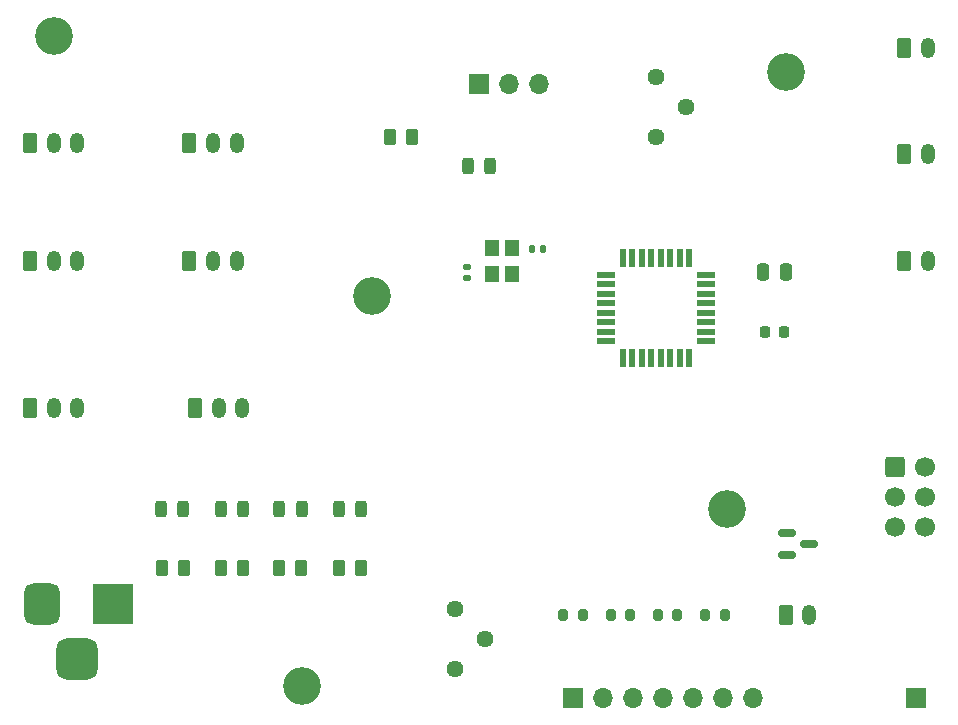
<source format=gts>
G04 #@! TF.GenerationSoftware,KiCad,Pcbnew,6.0.2+dfsg-1*
G04 #@! TF.CreationDate,2022-11-12T16:15:39-08:00*
G04 #@! TF.ProjectId,controller,636f6e74-726f-46c6-9c65-722e6b696361,rev?*
G04 #@! TF.SameCoordinates,Original*
G04 #@! TF.FileFunction,Soldermask,Top*
G04 #@! TF.FilePolarity,Negative*
%FSLAX46Y46*%
G04 Gerber Fmt 4.6, Leading zero omitted, Abs format (unit mm)*
G04 Created by KiCad (PCBNEW 6.0.2+dfsg-1) date 2022-11-12 16:15:39*
%MOMM*%
%LPD*%
G01*
G04 APERTURE LIST*
G04 Aperture macros list*
%AMRoundRect*
0 Rectangle with rounded corners*
0 $1 Rounding radius*
0 $2 $3 $4 $5 $6 $7 $8 $9 X,Y pos of 4 corners*
0 Add a 4 corners polygon primitive as box body*
4,1,4,$2,$3,$4,$5,$6,$7,$8,$9,$2,$3,0*
0 Add four circle primitives for the rounded corners*
1,1,$1+$1,$2,$3*
1,1,$1+$1,$4,$5*
1,1,$1+$1,$6,$7*
1,1,$1+$1,$8,$9*
0 Add four rect primitives between the rounded corners*
20,1,$1+$1,$2,$3,$4,$5,0*
20,1,$1+$1,$4,$5,$6,$7,0*
20,1,$1+$1,$6,$7,$8,$9,0*
20,1,$1+$1,$8,$9,$2,$3,0*%
G04 Aperture macros list end*
%ADD10RoundRect,0.140000X0.170000X-0.140000X0.170000X0.140000X-0.170000X0.140000X-0.170000X-0.140000X0*%
%ADD11RoundRect,0.250000X-0.350000X-0.625000X0.350000X-0.625000X0.350000X0.625000X-0.350000X0.625000X0*%
%ADD12O,1.200000X1.750000*%
%ADD13RoundRect,0.250000X-0.600000X-0.600000X0.600000X-0.600000X0.600000X0.600000X-0.600000X0.600000X0*%
%ADD14C,1.700000*%
%ADD15R,1.700000X1.700000*%
%ADD16O,1.700000X1.700000*%
%ADD17R,1.200000X1.400000*%
%ADD18C,3.200000*%
%ADD19R,3.500000X3.500000*%
%ADD20RoundRect,0.750000X-0.750000X-1.000000X0.750000X-1.000000X0.750000X1.000000X-0.750000X1.000000X0*%
%ADD21RoundRect,0.875000X-0.875000X-0.875000X0.875000X-0.875000X0.875000X0.875000X-0.875000X0.875000X0*%
%ADD22R,1.600000X0.550000*%
%ADD23R,0.550000X1.600000*%
%ADD24RoundRect,0.243750X-0.243750X-0.456250X0.243750X-0.456250X0.243750X0.456250X-0.243750X0.456250X0*%
%ADD25RoundRect,0.250000X-0.262500X-0.450000X0.262500X-0.450000X0.262500X0.450000X-0.262500X0.450000X0*%
%ADD26RoundRect,0.200000X-0.200000X-0.275000X0.200000X-0.275000X0.200000X0.275000X-0.200000X0.275000X0*%
%ADD27C,1.440000*%
%ADD28RoundRect,0.150000X-0.587500X-0.150000X0.587500X-0.150000X0.587500X0.150000X-0.587500X0.150000X0*%
%ADD29RoundRect,0.140000X0.140000X0.170000X-0.140000X0.170000X-0.140000X-0.170000X0.140000X-0.170000X0*%
%ADD30RoundRect,0.250000X0.250000X0.475000X-0.250000X0.475000X-0.250000X-0.475000X0.250000X-0.475000X0*%
%ADD31RoundRect,0.225000X0.225000X0.250000X-0.225000X0.250000X-0.225000X-0.250000X0.225000X-0.250000X0*%
G04 APERTURE END LIST*
D10*
X152000000Y-89480000D03*
X152000000Y-88520000D03*
D11*
X189000000Y-79000000D03*
D12*
X191000000Y-79000000D03*
D13*
X188247500Y-105455000D03*
D14*
X190787500Y-105455000D03*
X188247500Y-107995000D03*
X190787500Y-107995000D03*
X188247500Y-110535000D03*
X190787500Y-110535000D03*
D15*
X161000000Y-125000000D03*
D16*
X163540000Y-125000000D03*
X166080000Y-125000000D03*
X168620000Y-125000000D03*
X171160000Y-125000000D03*
X173700000Y-125000000D03*
X176240000Y-125000000D03*
D17*
X155850000Y-89100000D03*
X155850000Y-86900000D03*
X154150000Y-86900000D03*
X154150000Y-89100000D03*
D18*
X144000000Y-91000000D03*
D11*
X115000000Y-78000000D03*
D12*
X117000000Y-78000000D03*
X119000000Y-78000000D03*
D19*
X122000000Y-117042500D03*
D20*
X116000000Y-117042500D03*
D21*
X119000000Y-121742500D03*
D22*
X163750000Y-89200000D03*
X163750000Y-90000000D03*
X163750000Y-90800000D03*
X163750000Y-91600000D03*
X163750000Y-92400000D03*
X163750000Y-93200000D03*
X163750000Y-94000000D03*
X163750000Y-94800000D03*
D23*
X165200000Y-96250000D03*
X166000000Y-96250000D03*
X166800000Y-96250000D03*
X167600000Y-96250000D03*
X168400000Y-96250000D03*
X169200000Y-96250000D03*
X170000000Y-96250000D03*
X170800000Y-96250000D03*
D22*
X172250000Y-94800000D03*
X172250000Y-94000000D03*
X172250000Y-93200000D03*
X172250000Y-92400000D03*
X172250000Y-91600000D03*
X172250000Y-90800000D03*
X172250000Y-90000000D03*
X172250000Y-89200000D03*
D23*
X170800000Y-87750000D03*
X170000000Y-87750000D03*
X169200000Y-87750000D03*
X168400000Y-87750000D03*
X167600000Y-87750000D03*
X166800000Y-87750000D03*
X166000000Y-87750000D03*
X165200000Y-87750000D03*
D11*
X129000000Y-100450000D03*
D12*
X131000000Y-100450000D03*
X133000000Y-100450000D03*
D11*
X115000000Y-88000000D03*
D12*
X117000000Y-88000000D03*
X119000000Y-88000000D03*
D24*
X141187500Y-109000000D03*
X143062500Y-109000000D03*
D15*
X190000000Y-125000000D03*
D25*
X141212500Y-114000000D03*
X143037500Y-114000000D03*
D11*
X128500000Y-88000000D03*
D12*
X130500000Y-88000000D03*
X132500000Y-88000000D03*
D18*
X174000000Y-109000000D03*
D11*
X115000000Y-100450000D03*
D12*
X117000000Y-100450000D03*
X119000000Y-100450000D03*
D26*
X164175000Y-118000000D03*
X165825000Y-118000000D03*
D18*
X117000000Y-69000000D03*
D15*
X153000000Y-73000000D03*
D16*
X155540000Y-73000000D03*
X158080000Y-73000000D03*
D25*
X131212500Y-114000000D03*
X133037500Y-114000000D03*
D24*
X152062500Y-80000000D03*
X153937500Y-80000000D03*
D27*
X151015000Y-122540000D03*
X153555000Y-120000000D03*
X151015000Y-117460000D03*
D11*
X179000000Y-118000000D03*
D12*
X181000000Y-118000000D03*
D18*
X179000000Y-72000000D03*
D26*
X172175000Y-118000000D03*
X173825000Y-118000000D03*
D24*
X136125000Y-109000000D03*
X138000000Y-109000000D03*
D11*
X128500000Y-78000000D03*
D12*
X130500000Y-78000000D03*
X132500000Y-78000000D03*
D25*
X126212500Y-114000000D03*
X128037500Y-114000000D03*
D11*
X189000000Y-70000000D03*
D12*
X191000000Y-70000000D03*
D18*
X138000000Y-124000000D03*
D24*
X131187500Y-109000000D03*
X133062500Y-109000000D03*
D25*
X145487740Y-77512260D03*
X147312740Y-77512260D03*
D28*
X179062500Y-111050000D03*
X179062500Y-112950000D03*
X180937500Y-112000000D03*
D29*
X158480000Y-87000000D03*
X157520000Y-87000000D03*
D24*
X126125000Y-109000000D03*
X128000000Y-109000000D03*
D30*
X179000000Y-89000000D03*
X177100000Y-89000000D03*
D25*
X136125000Y-114000000D03*
X137950000Y-114000000D03*
D26*
X168175000Y-118000000D03*
X169825000Y-118000000D03*
D11*
X189000000Y-88000000D03*
D12*
X191000000Y-88000000D03*
D26*
X160175000Y-118000000D03*
X161825000Y-118000000D03*
D31*
X178825000Y-94000000D03*
X177275000Y-94000000D03*
D27*
X168015000Y-77540000D03*
X170555000Y-75000000D03*
X168015000Y-72460000D03*
M02*

</source>
